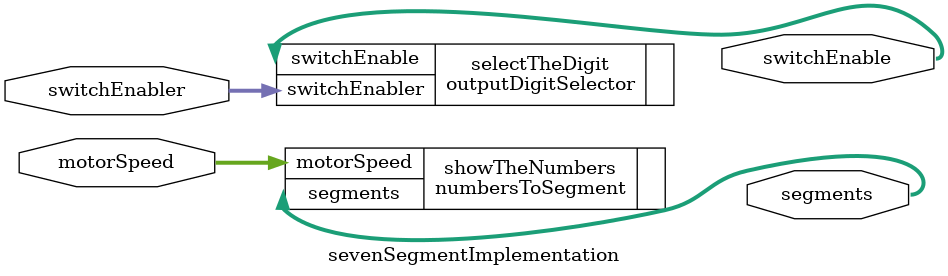
<source format=sv>
`timescale 1ns / 1ps


module sevenSegmentImplementation(input logic[3:0] switchEnabler,
                                  input logic[1:0] motorSpeed,
                                  output logic[3:0] switchEnable,
                                  output logic[6:0] segments
                                  );
                                  
outputDigitSelector selectTheDigit(.switchEnabler(switchEnabler),.switchEnable(switchEnable));
numbersToSegment showTheNumbers(.motorSpeed(motorSpeed), .segments(segments));
endmodule

</source>
